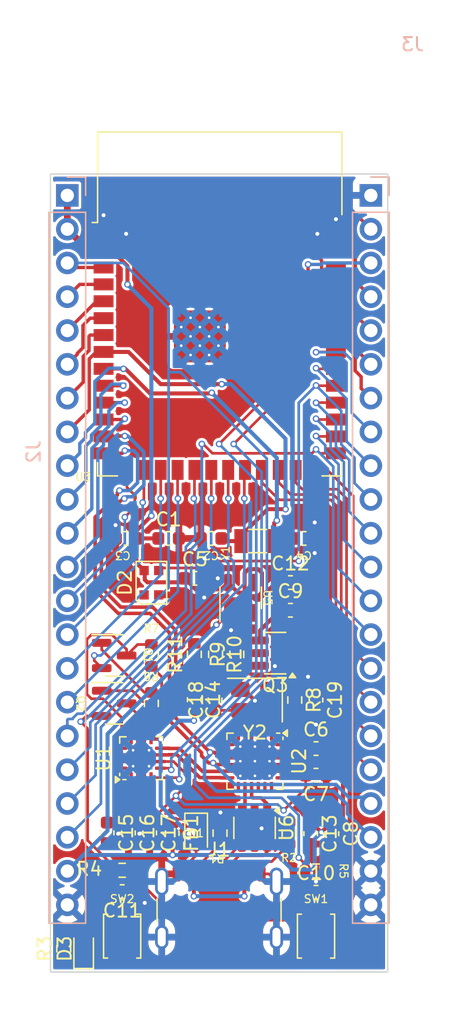
<source format=kicad_pcb>
(kicad_pcb (version 20241229) (generator "pcbnew") (generator_version "9.0")
  (layers (0 "F.Cu" signal) (4 "In1.Cu" signal) (6 "In2.Cu" signal) (2 "B.Cu" signal) (13 "F.Paste" user) (15 "B.Paste" user) (5 "F.SilkS" user "F.Silkscreen") (7 "B.SilkS" user "B.Silkscreen") (1 "F.Mask" user) (3 "B.Mask" user) (25 "Edge.Cuts" user))
  (net 0 "")
  (net 1 "GND")
  (net 2 "Net-(D1-K)")
  (net 3 "Net-(Q2-B)")
  (net 4 "+3.3V")
  (net 5 "/GPIO15")
  (net 6 "/ESP32-S3/3.3VUSB")
  (net 7 "/ESP32-S3/VBUS")
  (net 8 "/ESP32-S3/CC1_1")
  (net 9 "/ESP32-S3/CC2_1")
  (net 10 "/ESP32-S3/RTS")
  (net 11 "/ESP32-S3/DTR")
  (net 12 "/ESP32-S3/UART_D-")
  (net 13 "/ESP32-S3/UART_D+")
  (net 14 "/ESP32-S3/HUB_D+")
  (net 15 "/ESP32-S3/HUB_D-")
  (net 16 "/GPIO16")
  (net 17 "/ENABLE")
  (net 18 "/GPIO0")
  (net 19 "/GPIO38")
  (net 20 "/LED_OUT")
  (net 21 "/GPIO46")
  (net 22 "/GPIO14")
  (net 23 "/GPIO7")
  (net 24 "/GPIO5")
  (net 25 "/GPIO11")
  (net 26 "/GPIO8")
  (net 27 "/GPIO6")
  (net 28 "/GPIO12")
  (net 29 "/GPIO4")
  (net 30 "/GPIO13")
  (net 31 "/GPIO10")
  (net 32 "/GPIO18")
  (net 33 "/GPIO3")
  (net 34 "/GPIO9")
  (net 35 "/GPIO17")
  (net 36 "/GPIO37")
  (net 39 "Net-(C19-Pad1)")
  (net 40 "/GPIO35")
  (net 41 "/ESP_USB+")
  (net 42 "/GPIO47")
  (net 43 "/ESP_RX0")
  (net 44 "/GPIO41")
  (net 45 "/GPIO2")
  (net 46 "/GPIO45")
  (net 47 "/GPIO42")
  (net 48 "/GPIO39")
  (net 49 "/GPIO40")
  (net 50 "Net-(U2-XIN)")
  (net 51 "Net-(U2-XOUT)")
  (net 66 "Net-(Q3-G1)")
  (net 67 "Net-(Q3-D1)")
  (net 68 "/ESP_TX0")
  (net 69 "/GPIO1")
  (net 73 "+5V")
  (net 76 "Net-(Q1-B)")
  (net 78 "/ESP32-S3/USB_D+")
  (net 79 "/ESP32-S3/USB_D-")
  (net 80 "/GPIO21")
  (net 81 "/GPIO48")
  (net 82 "/GPIO36")
  (net 83 "/ESP_USB-")
  (net 84 "Net-(D3-A)")
  (footprint "Capacitor_SMD:C_0603_1608Metric" (layer "F.Cu") (at 80.172 122.12 -90)
    (property "Reference" "C16")
    (property "Value" "100nF")
  )
  (footprint "Package_TO_SOT_SMD:SOT-23-5" (layer "F.Cu") (at 88.625 104.4425 90)
    (property "Reference" "U5")
    (property "Value" "XC6210B332MR")
  )
  (footprint "Resistor_SMD:R_0603_1608Metric" (layer "F.Cu") (at 88.3355 108.694484 90)
    (property "Reference" "R9")
    (property "Value" "100k")
  )
  (footprint "Diode_SMD:D_SOD-323" (layer "F.Cu") (at 85.272 122.14 -90)
    (property "Reference" "D1")
    (property "Value" "1N5819WS")
  )
  (footprint "Capacitor_SMD:C_0603_1608Metric" (layer "F.Cu") (at 93.9 122.18 -90)
    (property "Reference" "C13")
    (property "Value" "10uF")
  )
  (footprint "Package_DFN_QFN:QFN-24-1EP_4x4mm_P0.5mm_EP2.7x2.7mm_ThermalVias" (layer "F.Cu") (at 89.7 116.729484 -90)
    (property "Reference" "U2")
    (property "Value" "CH334F")
  )
  (footprint "Resistor_SMD:R_0603_1608Metric" (layer "F.Cu") (at 75.3 130.83 90)
    (property "Reference" "R3")
    (property "Value" "1k")
  )
  (footprint "Capacitor_SMD:C_0603_1608Metric" (layer "F.Cu") (at 93.4 99.98)
    (property "Reference" "C4")
    (property "Value" "15pF")
  )
  (footprint "Capacitor_SMD:C_0603_1608Metric" (layer "F.Cu") (at 80 99.98 180)
    (property "Reference" "C3")
    (property "Value" "100nF")
  )
  (footprint "Resistor_SMD:R_0603_1608Metric" (layer "F.Cu") (at 92.7 112.129484 -90)
    (property "Reference" "R8")
    (property "Value" "1k")
  )
  (footprint "Resistor_SMD:R_0603_1608Metric" (layer "F.Cu") (at 81.9 108.78 -90)
    (property "Reference" "R7")
    (property "Value" "10k")
  )
  (footprint "Connector_USB:USB_C_Receptacle_GCT_USB4105-xx-A_16P_TopMnt_Horizontal" (layer "F.Cu") (at 87 128.88)
    (property "Reference" "J1")
    (property "Value" "USB_TYPE_C_16PIN")
  )
  (footprint "RF_Module:ESP32-S3-WROOM-1" (layer "F.Cu") (at 87.05 82.33)
    (property "Reference" "U3")
    (property "Value" "ESP32-S3-WROOM-1-N16R8")
  )
  (footprint "Crystal:Crystal_SMD_3215-2Pin_3.2x1.5mm" (layer "F.Cu") (at 89.9 100.18)
    (property "Reference" "Y1")
    (property "Value" "32.768kHz")
  )
  (footprint "Button_Switch_SMD:SW_SPST_B3U-1000P" (layer "F.Cu") (at 79.7 129.88 -90)
    (property "Reference" "SW2")
    (property "Value" "BOOT")
  )
  (footprint "Capacitor_SMD:C_0603_1608Metric" (layer "F.Cu") (at 83.2 99.98)
    (property "Reference" "C1")
    (property "Value" "22uF")
  )
  (footprint "Capacitor_SMD:C_0603_1608Metric" (layer "F.Cu") (at 92.375 103.298)
    (property "Reference" "C12")
    (property "Value" "10uF")
  )
  (footprint "Capacitor_SMD:C_0603_1608Metric" (layer "F.Cu") (at 81.772 122.12 -90)
    (property "Reference" "C17")
    (property "Value" "100nF")
  )
  (footprint "Button_Switch_SMD:SW_SPST_B3U-1000P" (layer "F.Cu") (at 94.3 129.88 -90)
    (property "Reference" "SW1")
    (property "Value" "RESET")
  )
  (footprint "Crystal:Crystal_SMD_SeikoEpson_TSX3225-4Pin_3.2x2.5mm" (layer "F.Cu") (at 89.7 112.129484 180)
    (property "Reference" "Y2")
    (property "Value" "12Mhz")
  )
  (footprint "Package_TO_SOT_SMD:TSOT-23-6" (layer "F.Cu") (at 91.225 108.604484 180)
    (property "Reference" "Q3")
    (property "Value" "FDC6330L")
  )
  (footprint "Fuse:Fuse_0603_1608Metric" (layer "F.Cu") (at 83.472 122.14 -90)
    (property "Reference" "FB1")
    (property "Value" "500mA")
  )
  (footprint "LED_SMD:LED_WS2812B-2020_PLCC4_2.0x2.0mm" (layer "F.Cu") (at 81.9025 103.31 90)
    (property "Reference" "D2")
    (property "Value" "WS2812B-2020")
  )
  (footprint "Capacitor_SMD:C_0603_1608Metric" (layer "F.Cu") (at 85.175 102.98)
    (property "Reference" "C5")
    (property "Value" "100nF")
  )
  (footprint "Capacitor_SMD:C_0603_1608Metric" (layer "F.Cu") (at 85.125 112.104484 -90)
    (property "Reference" "C14")
    (property "Value" "10uF")
  )
  (footprint "Resistor_SMD:R_0603_1608Metric" (layer "F.Cu") (at 87.072 122.14 90)
    (property "Reference" "R1")
    (property "Value" "5.1k")
  )
  (footprint "Resistor_SMD:R_0603_1608Metric" (layer "F.Cu") (at 81.9 112.38 90)
    (property "Reference" "R6")
    (property "Value" "10k")
  )
  (footprint "Resistor_SMD:R_0603_1608Metric" (layer "F.Cu") (at 86.7355 108.694484 -90)
    (property "Reference" "R10")
    (property "Value" "100k")
  )
  (footprint "LED_SMD:LED_0603_1608Metric" (layer "F.Cu") (at 76.8 130.83 90)
    (property "Reference" "D3")
    (property "Value" "LED")
  )
  (footprint "Resistor_SMD:R_0603_1608Metric" (layer "F.Cu") (at 79.7 124.93)
    (property "Reference" "R4")
    (property "Value" "10k")
  )
  (footprint "Capacitor_SMD:C_0603_1608Metric" (layer "F.Cu") (at 78.572 122.12 -90)
    (property "Reference" "C15")
    (property "Value" "100nF")
  )
  (footprint "Package_TO_SOT_SMD:SOT-23" (layer "F.Cu") (at 79.1 108.78)
    (property "Reference" "Q1")
    (property "Value" "S8050")
  )
  (footprint "Capacitor_SMD:C_0603_1608Metric" (layer "F.Cu") (at 94.3 126.58)
    (property "Reference" "C10")
    (property "Value" "4.7uF")
  )
  (footprint "Capacitor_SMD:C_0603_1608Metric" (layer "F.Cu") (at 94.3 112.129484 -90)
    (property "Reference" "C19")
    (property "Value" "15pF")
  )
  (footprint "Package_TO_SOT_SMD:SOT-23" (layer "F.Cu") (at 79.1 112.38)
    (property "Reference" "Q2")
    (property "Value" "S8050")
  )
  (footprint "Capacitor_SMD:C_0603_1608Metric" (layer "F.Cu") (at 86.7 112.129484 90)
    (property "Reference" "C18")
    (property "Value" "15pF")
  )
  (footprint "Package_DFN_QFN:QFN-16-1EP_3x3mm_P0.5mm_EP1.7x1.7mm_ThermalVias" (layer "F.Cu") (at 81.125 116.504484 90)
    (property "Reference" "U1")
    (property "Value" "CH343P")
  )
  (footprint "Capacitor_SMD:C_0603_1608Metric" (layer "F.Cu") (at 94.3 115.78)
    (property "Reference" "C6")
    (property "Value" "1uF")
  )
  (footprint "Capacitor_SMD:C_0603_1608Metric" (layer "F.Cu") (at 86.4 99.98)
    (property "Reference" "C2")
    (property "Value" "15pF")
  )
  (footprint "Resistor_SMD:R_0603_1608Metric" (layer "F.Cu") (at 92.272 122.14 90)
    (property "Reference" "R2")
    (property "Value" "5.1k")
  )
  (footprint "Capacitor_SMD:C_0603_1608Metric" (layer "F.Cu") (at 92.375 105.38)
    (property "Reference" "C9")
    (property "Value" "1uF")
  )
  (footprint "Package_TO_SOT_SMD:SOT-23-6" (layer "F.Cu") (at 89.672 121.74 -90)
    (property "Reference" "U6")
    (property "Value" "USBLC6-2SC6")
  )
  (footprint "Capacitor_SMD:C_0603_1608Metric" (layer "F.Cu") (at 95.5 122.18 -90)
    (property "Reference" "C8")
    (property "Value" "1uF")
  )
  (footprint "Resistor_SMD:R_0603_1608Metric" (layer "F.Cu") (at 94.3 124.98 180)
    (property "Reference" "R5")
    (property "Value" "10k")
  )
  (footprint "Capacitor_SMD:C_0603_1608Metric" (layer "F.Cu") (at 94.3 117.78 180)
    (property "Reference" "C7")
    (property "Value" "1uF")
  )
  (footprint "Capacitor_SMD:C_0603_1608Metric" (layer "F.Cu") (at 79.7 126.53 180)
    (property "Reference" "C11")
    (property "Value" "1uF")
  )
  (footprint "Resistor_SMD:R_0603_1608Metric" (layer "F.Cu") (at 85.1355 108.694484 90)
    (property "Reference" "R11")
    (property "Value" "100")
  )
  (footprint "Connector_PinHeader_2.54mm:PinHeader_1x22_P2.54mm_Vertical" (layer "B.Cu") (at 98.43 74.19 180)
    (property "Reference" "J3")
    (property "Value" "Conn_01x22")
  )
  (footprint "Connector_PinHeader_2.54mm:PinHeader_1x22_P2.54mm_Vertical" (layer "B.Cu") (at 75.57 74.19 180)
    (property "Reference" "J2")
    (property "Value" "Conn_01x22")
  )
  (gr_rect (start 74.3 72.58) (end 99.7 132.58) (stroke (width 0.1)) (fill no) (layer "Edge.Cuts"))
  (segment (start 88.849484 111.329484) (end 89.7 112.18) (width 0.3048) (layer "F.Cu") (net 1))
  (segment (start 87.9 106.88) (end 87.724984 106.88) (width 0.3048) (layer "F.Cu") (net 1))
  (segment (start 81.057 122.18) (end 81.772 122.895) (width 0.3048) (layer "F.Cu") (net 1))
  (segment (start 80.475 126.53) (end 80.55 126.53) (width 0.2032) (layer "F.Cu") (net 1))
  (segment (start 79.287 122.18) (end 78.572 122.895) (width 0.3048) (layer "F.Cu") (net 1))
  (segment (start 90.449484 112.929484) (end 89.7 112.18) (width 0.3048) (layer "F.Cu") (net 1))
  (segment (start 80.55 126.53) (end 81.4 127.38) (width 0.2032) (layer "F.Cu") (net 1))
  (segment (start 90.2 125.2) (end 90.745 125.2) (width 0.2032) (layer "F.Cu") (net 1))
  (segment (start 90.745 125.2) (end 91.32 125.775) (width 0.2032) (layer "F.Cu") (net 1))
  (segment (start 95.075 126.555) (end 94.3 125.78) (width 0.3048) (layer "F.Cu") (net 1))
  (segment (start 83.8 125.2) (end 83.255 125.2) (width 0.2032) (layer "F.Cu") (net 1))
  (segment (start 89.672 120.6025) (end 89.672 121.252) (width 0.2032) (layer "F.Cu") (net 1))
  (segment (start 87.724984 106.88) (end 86.7355 107.869484) (width 0.3048) (layer "F.Cu") (net 1))
  (segment (start 89.672 121.252) (end 90.2 121.78) (width 0.2032) (layer "F.Cu") (net 1))
  (segment (start 95.075 126.58) (end 95.075 126.555) (width 0.3048) (layer "F.Cu") (net 1))
  (segment (start 83.255 125.2) (end 82.68 125.775) (width 0.2032) (layer "F.Cu") (net 1))
  (segment (start 79.4 122.18) (end 79.287 122.18) (width 0.3048) (layer "F.Cu") (net 1))
  (segment (start 88.6 111.329484) (end 88.849484 111.329484) (width 0.3048) (layer "F.Cu") (net 1))
  (segment (start 81 122.18) (end 81.057 122.18) (width 0.3048) (layer "F.Cu") (net 1))
  (segment (start 90.8 112.929484) (end 90.449484 112.929484) (width 0.3048) (layer "F.Cu") (net 1))
  (via (at 87.9 106.88) (size 0.5) (drill 0.3) (layers "F.Cu" "B.Cu") (net 1))
  (via (at 91.2 109.58) (size 0.5) (drill 0.3) (layers "F.Cu" "B.Cu") (net 1))
  (via (at 94.2 101.08) (size 0.5) (drill 0.3) (layers "F.Cu" "B.Cu") (net 1))
  (via (at 87.1 120.5816) (size 0.5) (drill 0.3) (layers "F.Cu" "B.Cu") (net 1))
  (via (at 86.9 102.98) (size 0.5) (drill 0.3) (layers "F.Cu" "B.Cu") (net 1))
  (via (at 95.8 75.98) (size 0.5) (drill 0.3) (layers "F.Cu" "B.Cu") (net 1))
  (via (at 80 77.08) (size 0.5) (drill 0.3) (layers "F.Cu" "B.Cu") (net 1))
  (via (at 90.2 121.78) (size 0.5) (drill 0.3) (layers "F.Cu" "B.Cu") (net 1))
  (via (at 78.3 75.68) (size 0.5) (drill 0.3) (layers "F.Cu" "B.Cu") (net 1))
  (via (at 85.878554 104.421545) (size 0.5) (drill 0.3) (layers "F.Cu" "B.Cu") (net 1))
  (via (at 94.4 77.08) (size 0.5) (drill 0.3) (layers "F.Cu" "B.Cu") (net 1))
  (via (at 79.4 122.18) (size 0.5) (drill 0.3) (layers "F.Cu" "B.Cu") (net 1))
  (via (at 79.2 98.98) (size 0.5) (drill 0.3) (layers "F.Cu" "B.Cu") (net 1))
  (via (at 93.7 110.38) (size 0.5) (drill 0.3) (layers "F.Cu" "B.Cu") (net 1))
  (via (at 81 122.18) (size 0.5) (drill 0.3) (layers "F.Cu" "B.Cu") (net 1))
  (via (at 94.2 98.78) (size 0.5) (drill 0.3) (layers "F.Cu" "B.Cu") (net 1))
  (via (at 85.9016 101.48) (size 0.5) (drill 0.3) (layers "F.Cu" "B.Cu") (net 1))
  (via (at 89.7 112.18) (size 0.5) (drill 0.3) (layers "F.Cu" "B.Cu") (net 1))
  (via (at 94.3 113.98) (size 0.5) (drill 0.3) (layers "F.Cu" "B.Cu") (net 1))
  (via (at 94.3 125.78) (size 0.5) (drill 0.3) (layers "F.Cu" "B.Cu") (net 1))
  (via (at 81.4 127.38) (size 0.5) (drill 0.3) (layers "F.Cu" "B.Cu") (net 1))
  (segment (start 83.7345 121.09) (end 83.472 121.3525) (width 0.2032) (layer "F.Cu") (net 2))
  (segment (start 85.272 121.09) (end 83.7345 121.09) (width 0.2032) (layer "F.Cu") (net 2))
  (segment (start 81.29683 112.2576) (end 80.46923 111.43) (width 0.2032) (layer "F.Cu") (net 3))
  (segment (start 82.6776 110.3826) (end 82.6776 112.0024) (width 0.2032) (layer "F.Cu") (net 3))
  (segment (start 80.46923 111.43) (end 78.1625 111.43) (width 0.2032) (layer "F.Cu") (net 3))
  (segment (start 82.6776 112.0024) (end 82.4224 112.2576) (width 0.2032) (layer "F.Cu") (net 3))
  (segment (start 82.4224 112.2576) (end 81.29683 112.2576) (width 0.2032) (layer "F.Cu") (net 3))
  (segment (start 81.9 109.605) (end 82.6776 110.3826) (width 0.2032) (layer "F.Cu") (net 3))
  (segment (start 80.1 79.5032) (end 80.1 80.88) (width 0.3048) (layer "F.Cu") (net 4))
  (segment (start 78.3 78.34) (end 77.18 78.34) (width 0.508) (layer "F.Cu") (net 4))
  (segment (start 91.6 105.38) (end 91.6 103.298) (width 0.3048) (layer "F.Cu") (net 4))
  (segment (start 88.9216 104.030172) (end 88.949728 104.0583) (width 0.3048) (layer "F.Cu") (net 4))
  (segment (start 81.4 103.08) (end 81.6 103.28) (width 0.3048) (layer "F.Cu") (net 4))
  (segment (start 92.8948 128.68) (end 93.1474 128.9326) (width 0.2032) (layer "F.Cu") (net 4))
  (segment (start 81.4 102.4425) (end 81.4 103.08) (width 0.3048) (layer "F.Cu") (net 4))
  (segment (start 90.0875 106.8925) (end 91.6 105.38) (width 0.3048) (layer "F.Cu") (net 4))
  (segment (start 95.125 124.98) (end 96.3284 123.7766) (width 0.3048) (layer "F.Cu") (net 4))
  (segment (start 87.675 103.305) (end 87.1716 103.8084) (width 0.3048) (layer "F.Cu") (net 4))
  (segment (start 88.9216 102.579828) (end 88.9216 104.030172) (width 0.3048) (layer "F.Cu") (net 4))
  (segment (start 89.937672 102.2891) (end 89.212328 102.2891) (width 0.3048) (layer "F.Cu") (net 4))
  (segment (start 90.0875 107.654484) (end 90.0875 106.8925) (width 0.3048) (layer "F.Cu") (net 4))
  (segment (start 75.57 76.73) (end 75.57 74.19) (width 0.508) (layer "F.Cu") (net 4))
  (segment (start 90.2284 102.579828) (end 89.937672 102.2891) (width 0.3048) (layer "F.Cu") (net 4))
  (segment (start 88.949728 104.0583) (end 88.4283 104.0583) (width 0.3048) (layer "F.Cu") (net 4))
  (segment (start 93.1474 128.9326) (end 95.4526 128.9326) (width 0.2032) (layer "F.Cu") (net 4))
  (segment (start 80.775 99.405) (end 81.9 98.28) (width 0.3048) (layer "F.Cu") (net 4))
  (segment (start 77.18 78.34) (end 75.57 76.73) (width 0.508) (layer "F.Cu") (net 4))
  (segment (start 90.0875 107.654484) (end 88.5505 107.654484) (width 0.3048) (layer "F.Cu") (net 4))
  (segment (start 89.937672 104.5641) (end 89.702982 104.5641) (width 0.3048) (layer "F.Cu") (net 4))
  (segment (start 81.6 103.28) (end 84.1 103.28) (width 0.3048) (layer "F.Cu") (net 4))
  (segment (start 75.3 131.655) (end 76.1724 130.7826) (width 0.2032) (layer "F.Cu") (net 4))
  (segment (start 80.775 99.98) (end 80.775 101.8175) (width 0.3048) (layer "F.Cu") (net 4))
  (segment (start 80.525 124.93) (end 80.525 125.305048) (width 0.2032) (layer "F.Cu") (net 4))
  (segment (start 78.9368 78.34) (end 80.1 79.5032) (width 0.3048) (layer "F.Cu") (net 4))
  (segment (start 96.3284 123.7766) (end 96.3284 111.5084) (width 0.3048) (layer "F.Cu") (net 4))
  (segment (start 84.1 103.28) (end 84.4 102.98) (width 0.3048) (layer "F.Cu") (net 4))
  (segment (start 89.459782 104.3209) (end 89.937672 104.3209) (width 0.3048) (layer "F.Cu") (net 4))
  (segment (start 78.6 129.88) (end 80.5 129.88) (width 0.2032) (layer "F.Cu") (net 4))
  (segment (start 91.6 102.98) (end 89.976786 104.603214) (width 0.3048) (layer "F.Cu") (net 4))
  (segment (start 85.2284 103.8084) (end 84.4 102.98) (width 0.3048) (layer "F.Cu") (net 4))
  (segment (start 89.976786 104.603214) (end 89.937672 104.5641) (width 0.3048) (layer "F.Cu") (net 4))
  (segment (start 95.4526 128.9326) (end 95.8276 128.5576) (width 0.2032) (layer "F.Cu") (net 4))
  (segment (start 83.499952 128.28) (end 83.899952 128.68) (width 0.2032) (layer "F.Cu") (net 4))
  (segment (start 80.5 129.88) (end 82.1 128.28) (width 0.2032) (layer "F.Cu") (net 4))
  (segment (start 88.5505 107.654484) (end 88.3355 107.869484) (width 0.3048) (layer "F.Cu") (net 4))
  (segment (start 95.3476 110.527602) (end 95.3476 109.1276) (width 0.3048) (layer "F.Cu") (net 4))
  (segment (start 95.3476 109.1276) (end 91.6 105.38) (width 0.3048) (layer "F.Cu") (net 4))
  (segment (start 89.702982 104.5641) (end 89.459782 104.3209) (width 0.3048) (layer "F.Cu") (net 4))
  (segment (start 80.775 101.8175) (end 81.3525 102.395) (width 0.3048) (layer "F.Cu") (net 4))
  (segment (start 76.1724 130.7826) (end 77.6974 130.7826) (width 0.2032) (layer "F.Cu") (net 4))
  (segment (start 88.4283 104.0583) (end 87.675 103.305) (width 0.3048) (layer "F.Cu") (net 4))
  (segment (start 90.2284 104.030172) (end 90.2284 102.579828) (width 0.3048) (layer "F.Cu") (net 4))
  (segment (start 80.775 99.98) (end 80.775 99.405) (width 0.3048) (layer "F.Cu") (net 4))
  (segment (start 89.212328 102.2891) (end 88.9216 102.579828) (width 0.3048) (layer "F.Cu") (net 4))
  (segment (start 83.899952 128.68) (end 92.8948 128.68) (width 0.2032) (layer "F.Cu") (net 4))
  (segment (start 96.3284 111.5084) (end 95.3476 110.527602) (width 0.3048) (layer "F.Cu") (net 4))
  (segment (start 78.3 78.34) (end 78.9368 78.34) (width 0.3048) (layer "F.Cu") (net 4))
  (segment (start 87.1716 103.8084) (end 85.2284 103.8084) (width 0.3048) (layer "F.Cu") (net 4))
  (segment (start 95.8276 128.5576) (end 95.8276 125.6826) (width 0.2032) (layer "F.Cu") (net 4))
  (segment (start 80.775 99.98) (end 82.425 99.98) (width 0.3048) (layer "F.Cu") (net 4))
  (segment (start 95.8276 125.6826) (end 95.125 124.98) (width 0.2032) (layer "F.Cu") (net 4))
  (segment (start 82.1 128.28) (end 83.499952 128.28) (width 0.2032) (layer "F.Cu") (net 4))
  (segment (start 91.6 103.298) (end 91.6 102.98) (width 0.3048) (layer "F.Cu") (net 4))
  (segment (start 77.6974 130.7826) (end 78.6 129.88) (width 0.2032) (layer "F.Cu") (net 4))
  (segment (start 81.3525 102.395) (end 81.4 102.4425) (width 0.3048) (layer "F.Cu") (net 4))
  (segment (start 89.937672 104.3209) (end 90.2284 104.030172) (width 0.3048) (layer "F.Cu") (net 4))
  (segment (start 80.525 125.305048) (end 83.899952 128.68) (width 0.2032) (layer "F.Cu") (net 4))
  (via (at 81.9 98.28) (size 0.5) (drill 0.3) (layers "F.Cu" "B.Cu") (net 4))
  (via (at 80.1 80.88) (size 0.5) (drill 0.3) (layers "F.Cu" "B.Cu") (net 4))
  (segment (start 80.1 80.88) (end 80.2 80.98) (width 0.3048) (layer "B.Cu") (net 4))
  (segment (start 81.9 82.68) (end 80.1 80.88) (width 0.3048) (layer "B.Cu") (net 4))
  (segment (start 81.9 98.28) (end 81.9 82.68) (width 0.3048) (layer "B.Cu") (net 4))
  (segment (start 88.65 100.18) (end 87.375 100.18) (width 0.3048) (layer "F.Cu") (net 5))
  (segment (start 87.2 88.38) (end 82.6 88.38) (width 0.3048) (layer "F.Cu") (net 5))
  (segment (start 80.18 85.96) (end 78.3 85.96) (width 0.3048) (layer "F.Cu") (net 5))
  (segment (start 77.22 90.32) (end 75.57 91.97) (width 0.254) (layer "F.Cu") (net 5))
  (segment (start 87.375 100.18) (end 87.175 99.98) (width 0.3048) (layer "F.Cu") (net 5))
  (segment (start 82.6 88.38) (end 80.18 85.96) (width 0.3048) (layer "F.Cu") (net 5))
  (segment (start 77.742315 85.96) (end 77.22 86.482315) (width 0.254) (layer "F.Cu") (net 5))
  (segment (start 90.65 97.78) (end 92.0024 97.78) (width 0.3048) (layer "F.Cu") (net 5))
  (segment (start 88.65 99.78) (end 90.65 97.78) (width 0.3048) (layer "F.Cu") (net 5))
  (segment (start 88.65 100.18) (end 88.65 99.78) (width 0.3048) (layer "F.Cu") (net 5))
  (segment (start 77.22 86.482315) (end 77.22 90.32) (width 0.254) (layer "F.Cu") (net 5))
  (via (at 92.0024 97.78) (size 0.5) (drill 0.3) (layers "F.Cu" "B.Cu") (net 5))
  (via (at 87.2 88.38) (size 0.5) (drill 0.3) (layers "F.Cu" "B.Cu") (net 5))
  (segment (start 87.9 88.38) (end 87.2 88.38) (width 0.3048) (layer "B.Cu") (net 5))
  (segment (start 92.0024 92.4824) (end 87.9 88.38) (width 0.3048) (layer "B.Cu") (net 5))
  (segment (start 92.0024 97.78) (end 92.0024 92.4824) (width 0.3048) (layer "B.Cu") (net 5))
  (segment (start 91.6625 117.979484) (end 93.325516 117.979484) (width 0.2032) (layer "F.Cu") (net 6))
  (segment (start 95.146 110.968052) (end 95.146 114.034) (width 0.2032) (layer "F.Cu") (net 6))
  (segment (start 84.7 117.88) (end 84.7 118.38) (width 0.2032) (layer "F.Cu") (net 6))
  (segment (start 95.146 114.034) (end 94.6 114.58) (width 0.2032) (layer "F.Cu") (net 6))
  (segment (start 81.375 117.966984) (end 81.375 120.948) (width 0.2032) (layer "F.Cu") (net 6))
  (segment (start 78.572 121.345) (end 80.172 121.345) (width 0.3048) (layer "F.Cu") (net 6))
  (segment (start 93.525 114.855) (end 93.525 115.78) (width 0.2032) (layer "F.Cu") (net 6))
  (segment (start 93.525 117.78) (end 93.525 118.764603) (width 0.2032) (layer "F.Cu") (net 6))
  (segment (start 93.525 116.047546) (end 93.525 115.78) (width 0.2032) (layer "F.Cu") (net 6))
  (segment (start 92.3625 108.184553) (end 95.146 110.968052) (width 0.2032) (layer "F.Cu") (net 6))
  (segment (start 93.525 118.764603) (end 91.861331 120.428272) (width 0.2032) (layer "F.Cu") (net 6))
  (segment (start 80.375 117.966984) (end 80.375 121.142) (width 0.2032) (layer "F.Cu") (net 6))
  (segment (start 81.772 121.345) (end 80.172 121.345) (width 0.3048) (layer "F.Cu") (net 6))
  (segment (start 82.5875 116.754484) (end 83.574484 116.754484) (width 0.2032) (layer "F.Cu") (net 6))
  (segment (start 83.574484 116.754484) (end 84.7 117.88) (width 0.2032) (layer "F.Cu") (net 6))
  (segment (start 94.6 114.58) (end 93.8 114.58) (width 0.2032) (layer "F.Cu") (net 6))
  (segment (start 92.093062 117.479484) (end 93.525 116.047546) (width 0.2032) (layer "F.Cu") (net 6))
  (segment (start 92.3625 107.654484) (end 92.3625 108.184553) (width 0.2032) (layer "F.Cu") (net 6))
  (segment (start 81.772 121.308) (end 81.772 121.345) (width 0.2032) (layer "F.Cu") (net 6))
  (segment (start 84.7 118.38) (end 83.75 119.33) (width 0.2032) (layer "F.Cu") (net 6))
  (segment (start 92.3625 108.604484) (end 92.3625 107.654484) (width 0.3048) (layer "F.Cu") (net 6))
  (segment (start 93.525 117.78) (end 93.525 115.78) (width 0.2032) (layer "F.Cu") (net 6))
  (segment (start 91.6625 117.479484) (end 92.093062 117.479484) (width 0.2032) (layer "F.Cu") (net 6))
  (segment (start 80.375 121.142) (end 80.172 121.345) (width 0.2032) (layer "F.Cu") (net 6))
  (segment (start 93.325516 117.979484) (end 93.525 117.78) (width 0.2032) (layer "F.Cu") (net 6))
  (segment (start 81.375 120.948) (end 81.772 121.345) (width 0.2032) (layer "F.Cu") (net 6))
  (segment (start 83.75 119.33) (end 81.772 121.308) (width 0.2032) (layer "F.Cu") (net 6))
  (segment (start 93.8 114.58) (end 93.525 114.855) (width 0.2032) (layer "F.Cu") (net 6))
  (via (at 91.861331 120.428272) (size 0.5) (drill 0.3) (layers "F.Cu" "B.Cu") (net 6))
  (via (at 83.75 119.33) (size 0.5) (drill 0.3) (layers "F.Cu" "B.Cu") (net 6))
  (segment (start 84.4 119.98) (end 91.413059 119.98) (width 0.2032) (layer "B.Cu") (net 6))
  (segment (start 83.75 119.33) (end 84.4 119.98) (width 0.2032) (layer "B.Cu") (net 6))
  (segment (start 91.413059 119.98) (end 91.861331 120.428272) (width 0.2032) (layer "B.Cu") (net 6))
  (segment (start 85.1 126.234887) (end 85.1 126.88) (width 0.3048) (layer "F.Cu") (net 7))
  (segment (start 86.282 122.18) (end 88.108244 122.18) (width 0.2032) (layer "F.Cu") (net 7))
  (segment (start 88.9 126.234887) (end 88.9 126.88) (width 0.3048) (layer "F.Cu") (net 7))
  (segment (start 89.366199 121.9092) (end 89.672 122.215001) (width 0.2032) (layer "F.Cu") (net 7))
  (segment (start 85.272 123.19) (end 86.282 122.18) (width 0.2032) (layer "F.Cu") (net 7))
  (segment (start 89.672 122.215001) (end 89.672 122.8775) (width 0.2032) (layer "F.Cu") (net 7))
  (segment (start 85.272 123.808) (end 85.272 123.19) (width 0.2032) (layer "F.Cu") (net 7))
  (segment (start 88.379044 121.9092) (end 89.366199 121.9092) (width 0.2032) (layer "F.Cu") (net 7))
  (segment (start 84.6 124.48) (end 85.272 123.808) (width 0.2032) (layer "F.Cu") (net 7))
  (segment (start 84.6 125.2) (end 84.6 124.48) (width 0.2032) (layer "F.Cu") (net 7))
  (segment (start 89.4 125.2) (end 89.4 125.734887) (width 0.3048) (layer "F.Cu") (net 7))
  (segment (start 81.875 115.041984) (end 82.561984 115.041984) (width 0.3048) (layer "F.Cu") (net 7))
  (segment (start 84.6 125.2) (end 84.6 125.734887) (width 0.3048) (layer "F.Cu") (net 7))
  (segment (start 84.2 112.68) (end 84.2 108.804984) (width 0.2032) (layer "F.Cu") (net 7))
  (segment (start 82.561984 115.041984) (end 82.6 115.08) (width 0.3048) (layer "F.Cu") (net 7))
  (segment (start 84.399484 112.879484) (end 84.2 112.68) (width 0.2032) (layer "F.Cu") (net 7))
  (segment (start 85.125 113.655) (end 85.1 113.68) (width 0.3048) (layer "F.Cu") (net 7))
  (segment (start 84.6 125.734887) (end 85.1 126.234887) (width 0.3048) (layer "F.Cu") (net 7))
  (segment (start 85.272 122.752) (end 84.7 122.18) (width 0.3048) (layer "F.Cu") (net 7))
  (segment (start 84.2 108.804984) (end 85.1355 107.869484) (width 0.2032) (layer "F.Cu") (net 7))
  (segment (start 85.272 123.19) (end 85.272 122.752) (width 0.3048) (layer "F.Cu") (net 7))
  (segment (start 89.4 125.734887) (end 88.9 126.234887) (width 0.3048) (layer "F.Cu") (net 7))
  (segment (start 85.125 112.879484) (end 84.399484 112.879484) (width 0.2032) (layer "F.Cu") (net 7))
  (segment (start 85.125 112.879484) (end 85.125 113.655) (width 0.3048) (layer "F.Cu") (net 7))
  (segment (start 88.108244 122.18) (end 88.379044 121.9092) (width 0.2032) (layer "F.Cu") (net 7))
  (via (at 84.7 122.18) (size 0.5) (drill 0.3) (layers "F.Cu" "B.Cu") (net 7))
  (via (at 85.1 113.68) (size 0.5) (drill 0.3) (layers "F.Cu" "B.Cu") (net 7))
  (via (at 88.9 126.88) (size 0.5) (drill 0.3) (layers "F.Cu" "B.Cu") (net 7))
  (via (at 85.1 126.88) (size 0.5) (drill 0.3) (layers "F.Cu" "B.Cu") (net 7))
  (via (at 82.6 115.08) (size 0.5) (drill 0.3) (layers "F.Cu" "B.Cu") (net 7))
  (segment (start 84 113.68) (end 82.6 115.08) (width 0.3048) (layer "B.Cu") (net 7))
  (segment (start 84.7 122.18) (end 82.6 120.08) (width 0.3048) (layer "B.Cu") (net 7))
  (segment (start 85.1 113.68) (end 84 113.68) (width 0.3048) (layer "B.Cu") (net 7))
  (segment (start 85.1 126.88) (end 88.9 126.88) (width 0.3048) (layer "B.Cu") (net 7))
  (segment (start 82.6 120.08) (end 82.6 115.08) (width 0.3048) (layer "B.Cu") (net 7))
  (segment (start 85.75 124.287) (end 87.072 122.965) (width 0.2032) (layer "F.Cu") (net 8))
  (segment (start 85.75 125.2) (end 85.75 124.287) (width 0.2032) (layer "F.Cu") (net 8))
  (segment (start 88.75 125.2) (end 88.75 124.63077) (width 0.2032) (layer "F.Cu") (net 9))
  (segment (start 88.75 124.63077) (end 89.10077 124.28) (width 0.2032) (layer "F.Cu") (net 9))
  (segment (start 89.10077 124.28) (end 90.957 124.28) (width 0.2032) (layer "F.Cu") (net 9))
  (segment (start 90.957 124.28) (end 92.272 122.965) (width 0.2032) (layer "F.Cu") (net 9))
  (segment (start 81.9 107.955) (end 80.8625 107.955) (width 0.2032) (layer "F.Cu") (net 10))
  (segment (start 80.0375 108.32327) (end 80.0375 108.78) (width 0.2032) (layer "F.Cu") (net 10))
  (segment (start 78.94163 107.2274) (end 80.0375 108.32327) (width 0.2032) (layer "F.Cu") (net 10))
  (segment (start 79.6625 113.44827) (end 78.24683 112.0326) (width 0.2032) (layer "F.Cu") (net 10))
  (segment (start 77.0474 111.69663) (end 77.0474 107.56337) (width 0.2032) (layer "F.Cu") (net 10))
  (segment (start 79.6625 115.754484) (end 79.6625 113.44827) (width 0.2032) (layer "F.Cu") (net 10))
  (segment (start 78.24683 112.0326) (end 77.38337 112.0326) (width 0.2032) (layer "F.Cu") (net 10))
  (segment (start 80.8625 107.955) (end 80.0375 108.78) (width 0.2032) (layer "F.Cu") (net 10))
  (segment (start 77.38337 107.2274) (end 78.94163 107.2274) (width 0.2032) (layer "F.Cu") (net 10))
  (segment (start 77.38337 112.0326) (end 77.0474 111.69663) (width 0.2032) (layer "F.Cu") (net 10))
  (segment (start 77.0474 107.56337) (end 77.38337 107.2274) (width 0.2032) (layer "F.Cu") (net 10))
  (segment (start 81.9 113.205) (end 80.8625 113.205) (width 0.2032) (layer "F.Cu") (net 11))
  (segment (start 81.9 113.205) (end 81.781422 113.205) (width 0.2032) (layer "F.Cu") (net 11))
  (segment (start 80.375 114.611422) (end 80.375 115.041984) (width 0.2032) (layer "F.Cu") (net 11))
  (segment (start 81.781422 113.205) (end 80.375 114.611422) (width 0.2032) (layer "F.Cu") (net 11))
  (segment (start 80.8625 113.205) (end 80.0375 112.38) (width 0.2032) (layer "F.Cu") (net 11))
  (segment (start 87.118749 117.479484) (end 87.103949 117.494284) (width 0.2672) (layer "F.Cu") (net 12))
  (segment (start 83.206251 115.754484) (end 82.5875 115.754484) (width 0.2672) (layer "F.Cu") (net 12))
  (segment (start 84.021908 115.769284) (end 83.221051 115.769284) (width 0.2672) (layer "F.Cu") (net 12))
  (segment (start 87.7375 117.479484) (end 87.118749 117.479484) (width 0.2672) (layer "F.Cu") (net 12))
  (segment (start 87.103949 117.494284) (end 85.746908 117.494284) (width 0.2672) (layer "F.Cu") (net 12))
  (segment (start 83.221051 115.769284) (end 83.206251 115.754484) (width 0.2672) (layer "F.Cu") (net 12))
  (segment (start 85.746908 117.494284) (end 84.021908 115.769284) (width 0.2672) (layer "F.Cu") (net 12))
  (segment (start 85.55206 117.964684) (end 83.82706 116.239684) (width 0.2672) (layer "F.Cu") (net 13))
  (segment (start 83.221051 116.239684) (end 83.206251 116.254484) (width 0.2672) (layer "F.Cu") (net 13))
  (segment (start 87.118749 117.979484) (end 87.103949 117.964684) (width 0.2672) (layer "F.Cu") (net 13))
  (segment (start 87.7375 117.979484) (end 87.118749 117.979484) (width 0.2672) (layer "F.Cu") (net 13))
  (segment (start 83.82706 116.239684) (end 83.221051 116.239684) (width 0.2672) (layer "F.Cu") (net 13))
  (segment (start 87.103949 117.964684) (end 85.55206 117.964684) (width 0.2672) (layer "F.Cu") (net 13))
  (segment (start 83.206251 116.254484) (end 82.5875 116.254484) (width 0.2672) (layer "F.Cu") (net 13))
  (segment (start 89.534316 119.485656) (end 89.45 119.40134) (width 0.2672) (layer "F.Cu") (net 14))
  (segment (start 90.622 120.6025) (end 90.622 119.940001) (width 0.2672) (layer "F.Cu") (net 14))
  (segment (start 90.622 119.940001) (end 90.167655 119.485656) (width 0.2672) (layer "F.Cu") (net 14))
  (segment (start 90.167655 119.485656) (end 89.534316 119.485656) (width 0.2672) (layer "F.Cu") (net 14))
  (segment (start 89.45 119.40134) (end 89.45 118.691984) (width 0.2672) (layer "F.Cu") (net 14))
  (segment (start 88.722 120.6025) (end 88.95 120.3745) (width 0.2672) (layer "F.Cu") (net 15))
  (segment (start 88.95 120.3745) (end 88.95 118.691984) (width 0.2672) (layer "F.Cu") (net 15))
  (segment (start 79.9 87.18) (end 81.8 89.08) (width 0.3048) (layer "F.Cu") (net 16))
  (segment (start 78.3 87.23) (end 79.8 87.23) (width 0.254) (layer "F.Cu") (net 16))
  (segment (start 91.15 100.18) (end 91.15 98.83) (width 0.3048) (layer "F.Cu") (net 16))
  (segment (start 81.8 89.08) (end 86.4 89.08) (width 0.3048) (layer "F.Cu") (net 16))
  (segment (start 86.4 89.08) (end 86.45 89.03) (width 0.3048) (layer "F.Cu") (net 16))
  (segment (start 91.15 100.18) (end 92.425 100.18) (width 0.3048) (layer "F.Cu") (net 16))
  (segment (start 92.425 100.18) (end 92.625 99.98) (width 0.3048) (layer "F.Cu") (net 16))
  (segment (start 91.15 98.83) (end 91.35 98.63) (width 0.3048) (layer "F.Cu") (net 16))
  (segment (start 79.8 87.23) (end 79.85 87.23) (width 0.254) (layer "F.Cu") (net 16))
  (via (at 86.45 89.03) (size 0.5) (drill 0.3) (layers "F.Cu" "B.Cu") (net 16))
  (via (at 91.35 98.63) (size 0.5) (drill 0.3) (layers "F.Cu" "B.Cu") (net 16))
  (via (at 79.8 87.23) (size 0.5) (drill 0.3) (layers "F.Cu" "B.Cu") (net 16))
  (segment (start 76.938 92.015844) (end 76.938 92.409712) (width 0.254) (layer "B.Cu") (net 16))
  (segment (start 91.35 98.63) (end 91.35 93.93) (width 0.3048) (layer "B.Cu") (net 16))
  (segment (start 77.911947 87.926) (end 77.646 88.191947) (width 0.254) (layer "B.Cu") (net 16))
  (segment (start 76.5094 92.838312) (end 76.5094 93.5706) (width 0.254) (layer "B.Cu") (net 16))
  (segment (start 76.938 92.409712) (end 76.5094 92.838312) (width 0.254) (layer "B.Cu") (net 16))
  (segment (start 77.646 91.307844) (end 76.938 92.015844) (width 0.254) (layer "B.Cu") (net 16))
  (segment (start 77.954 87.926) (end 77.911947 87.926) (width 0.254) (layer "B.Cu") (net 16))
  (segment (start 78.7 87.18) (end 77.954 87.926) (width 0.254) (layer "B.Cu") (net 16))
  (segment (start 91.35 93.93) (end 86.45 89.03) (width 0.3048) (layer "B.Cu") (net 16))
  (segment (start 77.646 88.191947) (end 77.646 91.307844) (width 0.254) (layer "B.Cu") (net 16))
  (segment (start 76.5094 93.5706) (end 75.57 94.51) (width 0.254) (layer "B.Cu") (net 16))
  (segment (start 79.9 87.18) (end 78.7 87.18) (width 0.254) (layer "B.Cu") (net 16))
  (segment (start 78.1625 109.73) (end 77.6 109.1675) (width 0.2) (layer "F.Cu") (net 17))
  (segment (start 78.3 79.61) (end 75.91 79.61) (width 0.254) (layer "F.Cu") (net 17))
  (segment (start 93.475 126.53) (end 93.525 126.58) (width 0.2) (layer "F.Cu") (net 17))
  (segment (start 93.525 126.58) (end 93.525 127.405) (width 0.2) (layer "F.Cu") (net 17))
  (segment (start 93.525 127.405) (end 94.3 128.18) (width 0.2) (layer "F.Cu") (net 17))
  (segment (start 77.6 109.1675) (end 77.6 108.78) (width 0.2) (layer "F.Cu") (net 17))
  (segment (start 93.475 124.98) (end 93.475 126.53) (width 0.2) (layer "F.Cu") (net 17))
  (segment (start 93.475 124.455) (end 93 123.98) (width 0.2) (layer "F.Cu") (net 17))
  (segment (start 93.475 124.98) (end 93.475 124.455) (width 0.2) (layer "F.Cu") (net 17))
  (via (at 77.6 108.78) (size 0.5) (drill 0.3) (layers "F.Cu" "B.Cu") (net 17))
  (via (at 93 123.98) (size 0.5) (drill 0.3) (layers "F.Cu" "B.Cu") (net 17))
  (segment (start 93 120.78) (end 93 123.98) (width 0.2032) (layer "B.Cu") (net 17))
  (segment (start 83.2 103.68) (end 78.1 108.78) (width 0.2) (layer "B.Cu") (net 17))
  (segment (start 86.2 119.48) (end 91.7 119.48) (width 0.2032) (layer "B.Cu") (net 17))
  (segment (start 91.7 119.48) (end 93 120.78) (width 0.2032) (layer "B.Cu") (net 17))
  (segment (start 84.1 87.48) (end 83.2 87.48) (width 0.2) (layer "B.Cu") (net 17))
  (segment (start 85.2 115.88) (end 90.6 110.48) (width 0.2) (layer "B.Cu") (net 17))
  (segment (start 85.2 118.48) (end 86.2 119.48) (width 0.2032) (layer "B.Cu") (net 17))
  (segment (start 90.6 93.98) (end 84.1 87.48) (width 0.2) (layer "B.Cu") (net 17))
  (segment (start 83.2 87.48) (end 83.2 82.68) (width 0.2) (layer "B.Cu") (net 17))
  (segment (start 83.2 87.48) (end 83.2 103.68) (width 0.2) (layer "B.Cu") (net 17))
  (segment (start 79.79 79.27) (end 75.57 79.27) (width 0.2) (layer "B.Cu") (net 17))
  (segment (start 85.2 115.88) (end 85.2 118.48) (width 0.2032) (layer "B.Cu") (net 17))
  (segment (start 78.1 108.78) (end 77.6 108.78) (width 0.2) (layer "B.Cu") (net 17))
  (segment (start 90.6 110.48) (end 90.6 93.98) (width 0.2) (layer "B.Cu") (net 17))
  (segment (start 83.2 82.68) (end 79.79 79.27) (width 0.2) (layer "B.Cu") (net 17))
  (segment (start 77.075735 114.255735) (end 76.575735 113.755735) (width 0.2032) (layer "F.Cu") (net 18))
  (segment (start 77.1 122.68) (end 77.1 114.3925) (width 0.2032) (layer "F.Cu") (net 18))
  (segment (start 77.1 114.3925) (end 77.075735 114.368235) (width 0.2032) (layer "F.Cu") (net 18))
  (segment (start 78.875 124.455) (end 77.1 122.68) (width 0.2032) (layer "F.Cu") (net 18))
  (segment (start 86.5 93.58) (end 94 93.58) (width 0.2032) (layer "F.Cu") (net 18))
  (segment (start 79.7 128.18) (end 79.7 127.305) (width 0.2032) (layer "F.Cu") (net 18))
  (segment (start 95.8 93.58) (end 94.6 93.58) (width 0.2) (layer "F.Cu") (net 18))
  (segment (start 78.1625 113.33) (end 77.00147 113.33) (width 0.2032) (layer "F.Cu") (net 18))
  (segment (start 94 93.58) (end 94.3 93.28) (width 0.2032) (layer "F.Cu") (net 18))
  (segment (start 77.075735 114.368235) (end 77.075735 114.255735) (width 0.2032) (layer "F.Cu") (net 18))
  (segment (start 79.7 127.305) (end 78.925 126.53) (width 0.2032) (layer "F.Cu") (net 18))
  (segment (start 78.875 124.93) (end 78.875 126.48) (width 0.2032) (layer "F.Cu") (net 18))
  (segment (start 78.875 124.93) (end 78.875 124.455) (width 0.2032) (layer "F.Cu") (net 18))
  (segment (start 85.8 92.88) (end 86.5 93.58) (width 0.2032) (layer "F.Cu") (net 18))
  (segment (start 94.6 93.58) (end 94.3 93.28) (width 0.2) (layer "F.Cu") (net 18))
  (segment (start 77.00147 113.33) (end 76.575735 113.755735) (width 0.2032) (layer "F.Cu") (net 18))
  (segment (start 85.7 92.88) (end 85.8 92.88) (width 0.2032) (layer "F.Cu") (net 18))
  (via (at 85.7 92.88) (size 0.5) (drill 0.3) (layers "F.Cu" "B.Cu") (net 18))
  (via (at 76.575735 113.755735) (size 0.5) (drill 0.3) (layers "F.Cu" "B.Cu") (net 18))
  (via (at 94.3 93.28) (size 0.5) (drill 0.3) (layers "F.Cu" "B.Cu") (net 18))
  (segment (start 94.3 93.28) (end 95.6 94.58) (width 0.2) (layer "B.Cu") (net 18))
  (segment (start 85.7 92.88) (end 85.7 99.98) (width 0.2032) (layer "B.Cu") (net 18))
  (segment (start 76.790631 113.755735) (end 76.575735 113.755735) (width 0.2032) (layer "B.Cu") (net 18))
  (segment (start 95.6 104.38) (end 98.43 107.21) (width 0.2) (layer "B.Cu") (net 18))
  (segment (start 84.9 100.78) (end 84.9 105.646366) (width 0.2032) (layer "B.Cu") (net 18))
  (segment (start 84.9 105.646366) (end 76.790631 113.755735) (width 0.2032) (layer "B.Cu") (net 18))
  (segment (start 95.6 94.58) (end 95.6 104.38) (width 0.2) (layer "B.Cu") (net 18))
  (segment (start 85.7 99.98) (end 84.9 100.78) (width 0.2032) (layer "B.Cu") (net 18))
  (segment (start 86.3 102.2024) (end 86.8224 101.68) (width 0.2032) (layer "F.Cu") (net 19))
  (segment (start 82.6451 102.2024) (end 86.3 102.2024) (width 0.2032) (layer "F.Cu") (net 19))
  (segment (start 82.4525 102.395) (end 82.6451 102.2024) (width 0.2032) (layer "F.Cu") (net 19))
  (segment (start 95.8 88.5) (end 94.32 88.5) (width 0.2) (layer "F.Cu") (net 19))
  (segment (start 94.32 88.5) (end 94.3 88.48) (width 0.2) (layer "F.Cu") (net 19))
  (segment (start 86.8224 101.68) (end 93 101.68) (width 0.2032) (layer "F.Cu") (net 19))
  (via (at 93 101.68) (size 0.5) (drill 0.3) (layers "F.Cu" "B.Cu") (net 19))
  (via (at 94.3 88.48) (size 0.5) (drill 0.3) (layers "F.Cu" "B.Cu") (net 19))
  (segment (start 93 89.78) (end 94.3 88.48) (width 0.2032) (layer "B.Cu") (net 19))
  (segment (start 96.2 92.917259) (end 97.2 93.91726) (width 0.2) (layer "B.Cu") (net 19))
  (segment (start 94.3 88.48) (end 96.2 90.38) (width 0.2) (layer "B.Cu") (net 19))
  (segment (start 96.2 90.38) (end 96.2 92.917259) (width 0.2) (layer "B.Cu") (net 19))
  (segment (start 97.2 93.91726) (end 97.199999 95.819999) (width 0.2) (layer "B.Cu") (net 19))
  (segment (start 93 101.68) (end 93 89.78) (width 0.2032) (layer "B.Cu") (net 19))
  (segment (start 97.199999 95.819999) (end 98.43 97.05) (width 0.2) (layer "B.Cu") (net 19))
  (segment (start 81.335 94.83) (end 81.335 97.1926) (width 0.2) (layer "F.Cu") (net 21))
  (segment (start 81.335 97.1926) (end 81.2476 97.28) (width 0.2) (layer "F.Cu") (net 21))
  (via (at 81.2476 97.28) (size 0.5) (drill 0.3) (layers "F.Cu" "B.Cu") (net 21))
  (segment (start 81.2476 101.5324) (end 81.2476 97.28) (width 0.2) (layer "B.Cu") (net 21))
  (segment (start 75.57 107.21) (end 81.2476 101.5324) (width 0.2) (layer "B.Cu") (net 21))
  (segment (start 88.955 94.83) (end 88.9 94.885) (width 0.2) (layer "F.Cu") (net 22))
  (segment (start 88.9 94.885) (end 88.9 96.98) (width 0.2) (layer "F.Cu") (net 22))
  (via (at 88.9 96.98) (size 0.5) (drill 0.3) (layers "F.Cu" "B.Cu") (net 22))
  (segment (start 88.9 103.38) (end 78.101 114.179) (width 0.2) (layer "B.Cu") (net 22))
  (segment (start 88.9 96.98) (end 88.9 103.38) (width 0.2) (layer "B.Cu") (net 22))
  (segment (start 78.101 114.179) (end 78.101 119.919) (width 0.2) (layer "B.Cu") (net 22))
  (segment (start 78.101 119.919) (end 75.57 122.45) (width 0.2) (layer "B.Cu") (net 22))
  (segment (start 76.766 88.234) (end 75.57 89.43) (width 0.254) (layer "F.Cu") (net 23))
  (segment (start 78.3 84.69) (end 77.296 84.69) (width 0.254) (layer "F.Cu") (net 23))
  (segment (start 77.202999 85.857264) (end 76.766 86.294263) (width 0.254) (layer "F.Cu") (net 23))
  (segment (start 77.296 84.69) (end 77.203 84.783) (width 0.254) (layer "F.Cu") (net 23))
  (segment (start 77.203 84.783) (end 77.202999 85.857264) (width 0.254) (layer "F.Cu") (net 23))
  (segment (start 76.766 86.294263) (end 76.766 88.234) (width 0.254) (layer "F.Cu") (net 23))
  (segment (start 77.77 82.15) (end 75.57 84.35) (width 0.254) (layer "F.Cu") (net 24))
  (segment (start 85.145 96.9334) (end 85.0984 96.98) (width 0.2) (layer "F.Cu") (net 25))
  (segment (start 85.145 94.83) (end 85.145 96.9334) (width 0.2) (layer "F.Cu") (net 25))
  (via (at 85.0984 96.98) (size 0.5) (drill 0.3) (layers "F.Cu" "B.Cu") (net 25))
  (segment (start 76.727206 113.155735) (end 84.4984 105.384541) (width 0.2) (layer "B.Cu") (net 25))
  (segment (start 85.2 97.0816) (end 85.0984 96.98) (width 0.2) (layer "B.Cu") (net 25))
  (segment (start 76.327206 113.155735) (end 76.727206 113.155735) (width 0.2) (layer "B.Cu") (net 25))
  (segment (start 75.975735 113.555735) (end 75.975735 113.507206) (width 0.2) (layer "B.Cu") (net 25))
  (segment (start 75.57 113.627919) (end 75.642184 113.555735) (width 0.2) (layer "B.Cu") (net 25))
  (segment (start 75.975735 113.507206) (end 76.327206 113.155735) (width 0.2) (layer "B.Cu") (net 25))
  (segment (start 85.2 99.912052) (end 85.2 97.0816) (width 0.2) (layer "B.Cu") (net 25))
  (segment (start 84.4984 100.613652) (end 85.2 99.912052) (width 0.2) (layer "B.Cu") (net 25))
  (segment (start 84.4984 105.384541) (end 84.4984 100.613652) (width 0.2) (layer "B.Cu") (net 25))
  (segment (start 75.57 114.83) (end 75.57 113.627919) (width 0.2) (layer "B.Cu") (net 25))
  (segment (start 75.642184 113.555735) (end 75.975735 113.555735) (width 0.2) (layer "B.Cu") (net 25))
  (segment (start 79.84 91.04) (end 79.9 90.98) (width 0.254) (layer "F.Cu") (net 26))
  (segment (start 78.3 91.04) (end 79.84 91.04) (width 0.254) (layer "F.Cu") (net 26))
  (via (at 79.9 90.98) (size 0.5) (drill 0.3) (layers "F.Cu" "B.Cu") (net 26))
  (segment (start 78.3 92.973868) (end 77.8714 93.402468) (width 0.254) (layer "B.Cu") (net 26))
  (segment (start 77.8714 93.402468) (end 77.8714 99.8286) (width 0.254) (layer "B.Cu") (net 26))
  (segment (start 79.9 90.98) (end 78.3 92.58) (width 0.254) (layer "B.Cu") (net 26))
  (segment (start 77.8714 99.8286) (end 75.57 102.13) (width 0.254) (layer "B.Cu") (net 26))
  (segment (start 78.3 92.58) (end 78.3 92.973868) (width 0.254) (layer "B.Cu") (net 26))
  (segment (start 78.3 83.42) (end 77.296 83.42) (width 0.254) (layer "F.Cu") (net 27))
  (segment (start 76.748 83.968) (end 76.748 85.641895) (width 0.254) (layer "F.Cu") (net 27))
  (segment (start 77.296 83.42) (end 76.748 83.968) (width 0.254) (layer "F.Cu") (net 27))
  (segment (start 76.748 85.641895) (end 76.314 86.075895) (width 0.254) (layer "F.Cu") (net 27))
  (segment (start 76.314 86.075895) (end 76.314 86.146) (width 0.254) (layer "F.Cu") (net 27))
  (segment (start 76.314 86.146) (end 75.57 86.89) (width 0.254) (layer "F.Cu") (net 27))
  (segment (start 86.415 96.965) (end 86.4 96.98) (width 0.2) (layer "F.Cu") (net 28))
  (segment (start 86.415 94.83) (end 86.415 96.965) (width 0.2) (layer "F.Cu") (net 28))
  (via (at 86.4 96.98) (size 0.5) (drill 0.3) (layers "F.Cu" "B.Cu") (net 28))
  (segment (start 77.3 115.64) (end 75.57 117.37) (width 0.2) (layer "B.Cu") (net 28))
  (segment (start 86.4 96.98) (end 86.4 100.58) (width 0.2) (layer "B.Cu") (net 28))
  (segment (start 87.7 101.88) (end 87.7 103.414315) (width 0.2) (layer "B.Cu") (net 28))
  (segment (start 87.7 103.414315) (end 77.3 113.814315) (width 0.2) (layer "B.Cu") (net 28))
  (segment (start 77.3 113.814315) (end 77.3 115.64) (width 0.2) (layer "B.Cu") (net 28))
  (segment (start 86.4 100.58) (end 87.7 101.88) (width 0.2) (layer "B.Cu") (net 28))
  (segment (start 78.3 80.88) (end 76.5 80.88) (width 0.254) (layer "F.Cu") (net 29))
  (segment (start 76.5 80.88) (end 75.57 81.81) (width 0.254) (layer "F.Cu") (net 29))
  (segment (start 87.685 96.965) (end 87.7 96.98) (width 0.2) (layer "F.Cu") (net 30))
  (segment (start 87.685 94.83) (end 87.685 96.965) (width 0.2) (layer "F.Cu") (net 30))
  (via (at 87.7 96.98) (size 0.5) (drill 0.3) (layers "F.Cu" "B.Cu") (net 30))
  (segment (start 77.7 117.78) (end 75.57 119.91) (width 0.2) (layer "B.Cu") (net 30))
  (segment (start 88.1 101.714315) (end 88.1 103.580001) (width 0.2) (layer "B.Cu") (net 30))
  (segment (start 88.1 103.580001) (end 77.7 113.98) (width 0.2) (layer "B.Cu") (net 30))
  (segment (start 87.7 96.98) (end 87.7 101.314314) (width 0.2) (layer "B.Cu") (net 30))
  (segment (start 87.7 101.314314) (end 88.1 101.714315) (width 0.2) (layer "B.Cu") (net 30))
  (segment (start 77.7 113.98) (end 77.7 117.78) (width 0.2) (layer "B.Cu") (net 30))
  (segment (start 83.875 96.955) (end 83.9 96.98) (width 0.2) (layer "F.Cu") (net 31))
  (segment (start 83.875 94.83) (end 83.875 96.955) (width 0.2) (layer "F.Cu") (net 31))
  (via (at 83.9 96.98) (size 0.5) (drill 0.3) (layers "F.Cu" "B.Cu") (net 31))
  (segment (start 83.9 96.98) (end 83.9 103.96) (width 0.2) (layer "B.Cu") (net 31))
  (segment (start 83.9 103.96) (end 75.57 112.29) (width 0.2) (layer "B.Cu") (net 31))
  (segment (start 78.3 89.77) (end 79.89 89.77) (width 0.254) (layer "F.Cu") (net 32))
  (via (at 79.89 89.77) (size 0.5) (drill 0.3) (layers "F.Cu" "B.Cu") (net 32))
  (segment (start 77.846 92.785816) (end 77.4174 93.214416) (width 0.254) (layer "B.Cu") (net 32))
  (segment (start 79.31 89.77) (end 78.7 90.38) (width 0.254) (layer "B.Cu") (net 32))
  (segment (start 78.7 91.537948) (end 77.846 92.391948) (width 0.254) (layer "B.Cu") (net 32))
  (segment (start 78.7 90.38) (end 78.7 91.537948) (width 0.254) (layer "B.Cu") (net 32))
  (segment (start 77.846 92.391948) (end 77.846 92.785816) (width 0.254) (layer "B.Cu") (net 32))
  (segment (start 79.89 89.77) (end 79.31 89.77) (width 0.254) (layer "B.Cu") (net 32))
  (segment (start 77.4174 93.214416) (end 77.4174 97.7426) (width 0.254) (layer "B.Cu") (net 32))
  (segment (start 77.4174 97.7426) (end 75.57 99.59) (width 0.254) (layer "B.Cu") (net 32))
  (segment (start 80.699535 97.580465) (end 79.9 98.38) (width 0.2) (layer "F.Cu") (net 33))
  (segment (start 80.065 96.145) (end 80.7 96.78) (width 0.2) (layer "F.Cu") (net 33))
  (segment (start 80.7 96.979071) (end 80.6476 97.031471) (width 0.2) (layer "F.Cu") (net 33))
  (segment (start 80.6476 97.528529) (end 80.699535 97.580465) (width 0.2) (layer "F.Cu") (net 33))
  (segment (start 80.6476 97.031471) (end 80.6476 97.528529) (width 0.2) (layer "F.Cu") (net 33))
  (segment (start 80.7 96.78) (end 80.7 96.979071) (width 0.2) (layer "F.Cu") (net 33))
  (segment (start 80.065 94.83) (end 80.065 96.145) (width 0.2) (layer "F.Cu") (net 33))
  (via (at 79.9 98.38) (size 0.5) (drill 0.3) (layers "F.Cu" "B.Cu") (net 33))
  (segment (start 79.9 98.38) (end 79.9 100.34) (width 0.2) (layer "B.Cu") (net 33))
  (segment (start 79.9 100.34) (end 75.57 104.67) (width 0.2) (layer "B.Cu") (net 33))
  (segment (start 82.605 94.83) (end 82.605 96.975) (width 0.2) (layer "F.Cu") (net 34))
  (segment (start 82.605 96.975) (end 82.6 96.98) (width 0.2) (layer "F.Cu") (net 34))
  (via (at 82.6 96.98) (size 0.5) (drill 0.3) (layers "F.Cu" "B.Cu") (net 34))
  (segment (start 82.6 102.72) (end 75.57 109.75) (width 0.2) (layer "B.Cu") (net 34))
  (segment (start 82.6 96.98) (end 82.6 102.72) (width 0.2) (layer "B.Cu") (net 34))
  (segment (start 78.3 88.5) (end 79.78 88.5) (width 0.254) (layer "F.Cu") (net 35))
  (via (at 79.78 88.5) (size 0.5) (drill 0.3) (layers "F.Cu" "B.Cu") (net 35))
  (segment (start 76.9634 95.6566) (end 75.57 97.05) (width 0.254) (layer "B.Cu") (net 35))
  (segment (start 76.9634 93.026364) (end 76.9634 95.6566) (width 0.254) (layer "B.Cu") (net 35))
  (segment (start 78.9 88.38) (end 78.1 89.18) (width 0.254) (layer "B.Cu") (net 35))
  (segment (start 77.392 92.597764) (end 76.9634 93.026364) (width 0.254) (layer "B.Cu") (net 35))
  (segment (start 77.392 92.203896) (end 77.392 92.597764) (width 0.254) (layer "B.Cu") (net 35))
  (segment (start 78.1 89.18) (end 78.1 91.495896) (width 0.254) (layer "B.Cu") (net 35))
  (segment (start 78.1 91.495896) (end 77.392 92.203896) (width 0.254) (layer "B.Cu") (net 35))
  (segment (start 79.9 88.38) (end 78.9 88.38) (width 0.254) (layer "B.Cu") (net 35))
  (segment (start 95.8 89.77) (end 94.31 89.77) (width 0.2) (layer "F.Cu") (net 36))
  (segment (start 94.31 89.77) (end 94.3 89.78) (width 0.2) (layer "F.Cu") (net 36))
  (via (at 94.3 89.78) (size 0.5) (drill 0.3) (layers "F.Cu" "B.Cu") (net 36))
  (segment (start 95.8 93.082944) (end 96.8 94.082945) (width 0.2) (layer "B.Cu") (net 36))
  (segment (start 95.8 91.28) (end 95.8 93.082944) (width 0.2) (layer "B.Cu") (net 36))
  (segment (start 94.3 89.78) (end 95.8 91.28) (width 0.2) (layer "B.Cu") (net 36))
  (segment (start 96.8 97.96) (end 98.43 99.59) (width 0.2) (layer "B.Cu") (net 36))
  (segment (start 96.8 94.082945) (end 96.8 97.96) (width 0.2) (layer "B.Cu") (net 36))
  (segment (start 92.675 111.329484) (end 92.7 111.304484) (width 0.3048) (layer "F.Cu") (net 39))
  (segment (start 94.3 111.354484) (end 92.75 111.354484) (width 0.3048) (layer "F.Cu") (net 39))
  (segment (start 90.8 111.329484) (end 92.675 111.329484) (width 0.3048) (layer "F.Cu") (net 39))
  (segment (start 92.75 111.354484) (end 92.7 111.304484) (width 0.3048) (layer "F.Cu") (net 39))
  (segment (start 94.33 92.31) (end 94.3 92.28) (width 0.2) (layer "F.Cu") (net 40))
  (segment (start 95.8 92.31) (end 94.33 92.31) (width 0.2) (layer "F.Cu") (net 40))
  (via (at 94.3 92.28) (size 0.5) (drill 0.3) (layers "F.Cu" "B.Cu") (net 40))
  (segment (start 96 102.24) (end 98.43 104.67) (width 0.2) (layer "B.Cu") (net 40))
  (segment (start 94.3 92.28) (end 95 92.98) (width 0.2) (layer "B.Cu") (net 40))
  (segment (start 96 94.414315) (end 96 102.24) (width 0.2) (layer "B.Cu") (net 40))
  (segment (start 95 93.414314) (end 96 94.414315) (width 0.2) (layer "B.Cu") (net 40))
  (segment (start 95 92.98) (end 95 93.414314) (width 0.2) (layer "B.Cu") (net 40))
  (segment (start 77.6648 98.382576) (end 77.6648 103.877424) (width 0.2672) (layer "F.Cu") (net 41))
  (segment (start 78.3 93.58) (end 79.425001 93.58) (width 0.2672) (layer "F.Cu") (net 41))
  (segment (start 79.333688 96.546312) (end 79.333688 96.713688) (width 0.2672) (layer "F.Cu") (net 41))
  (segment (start 86.217262 116.860684) (end 86.55206 116.860684) (width 0.2672) (layer "F.Cu") (net 41))
  (segment (start 83.2648 113.677424) (end 85.682712 116.095336) (width 0.2672) (layer "F.Cu") (net 41))
  (segment (start 79.7 93.58) (end 79.9 93.38) (width 0.2672) (layer "F.Cu") (net 41))
  (segment (start 79.425001 93.58) (end 79.7 93.58) (width 0.2672) (layer "F.Cu") (net 41))
  (segment (start 86.67086 116.979484) (end 86.55206 116.860684) (width 0.2672) (layer "F.Cu") (net 41))
  (segment (start 87.7375 116.979484) (end 86.67086 116.979484) (width 0.2672) (layer "F.Cu") (net 41))
  (segment (start 79.402576 105.6152) (end 81.802576 105.6152) (width 0.2672) (layer "F.Cu") (net 41))
  (segment (start 85.682712 116.326134) (end 86.217262 116.860684) (width 0.2672) (layer "F.Cu") (net 41))
  (segment (start 79.333688 96.713688) (end 77.6648 98.382576) (width 0.2672) (layer "F.Cu") (net 41))
  (segment (start 81.802576 105.6152) (end 83.2648 107.077424) (width 0.2672) (layer "F.Cu") (net 41))
  (segment (start 83.2648 107.077424) (end 83.2648 113.677424) (width 0.2672) (layer "F.Cu") (net 41))
  (segment (start 77.6648 103.877424) (end 79.402576 105.6152) (width 0.2672) (layer "F.Cu") (net 41))
  (segment (start 79.5 96.38) (end 79.333688 96.546312) (width 0.2672) (layer "F.Cu") (net 41))
  (segment (start 85.682712 116.095336) (end 85.682712 116.326134) (width 0.2672) (layer "F.Cu") (net 41))
  (via (at 86.55206 116.860684) (size 0.5) (drill 0.3) (layers "F.Cu" "B.Cu") (net 41))
  (via (at 79.5 96.38) (size 0.5) (drill 0.3) (layers "F.Cu" "B.Cu") (net 41))
  (via (at 79.9 93.38) (size 0.5) (drill 0.3) (layers "F.Cu" "B.Cu") (net 41))
  (segment (start 88.171376 118.48) (end 86.55206 116.860684) (width 0.2672) (layer "B.Cu") (net 41))
  (segment (start 80.8648 93.677674) (end 80.8648 95.782576) (width 0.2672) (layer "B.Cu") (net 41))
  (segment (start 96.76 119.44) (end 95.8 118.48) (width 0.2672) (layer "B.Cu") (net 41))
  (segment (start 79.9 93.38) (end 80.567126 93.38) (width 0.2672) (layer "B.Cu") (net 41))
  (segment (start 95.8 118.48) (end 88.171376 118.48) (width 0.2672) (layer "B.Cu") (net 41))
  (segment (start 80.567126 93.38) (end 80.8648 93.677674) (width 0.2672) (layer "B.Cu") (net 41))
  (segment (start 80.8648 95.782576) (end 80.267376 96.38) (width 0.2672) (layer "B.Cu") (net 41))
  (segment (start 97.96 119.44) (end 96.76 119.44) (width 0.2672) (layer "B.Cu") (net 41))
  (segment (start 80.267376 96.38) (end 79.5 96.38) (width 0.2672) (layer "B.Cu") (net 41))
  (segment (start 98.43 119.91) (end 97.96 119.44) (width 0.2672) (layer "B.Cu") (net 41))
  (segment (start 92.395 96.68) (end 95.6 96.68) (width 0.2) (layer "F.Cu") (net 42))
  (segment (start 97.1808 113.5808) (end 98.43 114.83) (width 0.2) (layer "F.Cu") (net 42))
  (segment (start 97.1808 111.155325) (end 97.1808 113.5808) (width 0.2) (layer "F.Cu") (net 42))
  (segment (start 91.495 95.78) (end 92.395 96.68) (width 0.2) (layer "F.Cu") (net 42))
  (segment (start 95.6 96.68) (end 96.2 97.28) (width 0.2) (layer "F.Cu") (net 42))
  (segment (start 96.2 110.174526) (end 97.1808 111.155325) (width 0.2) (layer "F.Cu") (net 42))
  (segment (start 96.2 97.28) (end 96.2 110.174526) (width 0.2) (layer "F.Cu") (net 42))
  (segment (start 91.495 94.83) (end 91.495 95.78) (width 0.2) (layer "F.Cu") (net 42))
  (segment (start 95.8 82.15) (end 94.85 82.15) (width 0.2) (layer "F.Cu") (net 43))
  (segment (start 83.886984 117.966984) (end 84 118.08) (width 0.2) (layer "F.Cu") (net 43))
  (segment (start 90.8 90.18) (end 88.1 92.88) (width 0.2) (layer "F.Cu") (net 43))
  (segment (start 81.875 117.966984) (end 83.886984 117.966984) (width 0.2) (layer "F.Cu") (net 43))
  (segment (start 90.8 86.2) (end 90.8 90.18) (width 0.2) (layer "F.Cu") (net 43))
  (segment (start 94.85 82.15) (end 90.8 86.2) (width 0.2) (layer "F.Cu") (net 43))
  (segment (start 95.8 82.15) (end 94.796 82.15) (width 0.254) (layer "F.Cu") (net 43))
  (segment (start 94.796 82.15) (end 93.7 81.054) (width 0.254) (layer "F.Cu") (net 43))
  (segment (start 93.7 81.054) (end 93.7 79.38) (width 0.254) (layer "F.Cu") (net 43))
  (via (at 84 118.08) (size 0.5) (drill 0.3) (layers "F.Cu" "B.Cu") (net 43))
  (via (at 88.1 92.88) (size 0.5) (drill 0.3) (layers "F.Cu" "B.Cu") (net 43))
  (via (at 93.7 79.38) (size 0.5) (drill 0.3) (layers "F.Cu" "B.Cu") (net 43))
  (segment (start 94.81 79.27) (end 98.43 79.27) (width 0.254) (layer "B.Cu") (net 43))
  (segment (start 93.7 79.38) (end 94.7 79.38) (width 0.254) (layer "B.Cu") (net 43))
  (segment (start 90.2 110.28) (end 90.2 94.98) (width 0.2) (layer "B.Cu") (net 43))
  (segment (start 94.7 79.38) (end 94.81 79.27) (width 0.254) (layer "B.Cu") (net 43))
  (segment (start 90.2 94.98) (end 88.1 92.88) (width 0.2) (layer "B.Cu") (net 43))
  (segment (start 84 116.48) (end 90.2 110.28) (width 0.2) (layer "B.Cu") (net 43))
  (segment (start 84 118.08) (end 84 116.48) (width 0.2) (layer "B.Cu") (net 43))
  (segment (start 97.099 86.202468) (end 97.275294 86.378762) (width 0.254) (layer "F.Cu") (net 44))
  (segment (start 97.7 88.7) (end 98.43 89.43) (width 0.254) (layer "F.Cu") (net 44))
  (segment (start 96.386 84.69) (end 96.645 84.949) (width 0.254) (layer "F.Cu") (net 44))
  (segment (start 97.252 87.377944) (end 97.7 87.825944) (width 0.254) (layer "F.Cu") (net 44))
  (segment (start 97.252 86.402056) (end 97.252 87.377944) (width 0.254) (layer "F.Cu") (net 44))
  (segment (start 97.7 87.825944) (end 97.7 88.7) (width 0.254) (layer "F.Cu") (net 44))
  (segment (start 97.099 85.404414) (end 97.099 86.202468) (width 0.254) (layer "F.Cu") (net 44))
  (segment (start 97.275294 86.378762) (end 97.252 86.402056) (width 0.254) (layer "F.Cu") (net 44))
  (segment (start 96.645 84.950414) (end 97.099 85.404414) (width 0.254) (layer "F.Cu") (net 44))
  (segment (start 96.645 84.949) (end 96.645 84.950414) (width 0.254) (layer "F.Cu") (net 44))
  (segment (start 96.878 80.102) (end 96.878 82.798) (width 0.254) (layer "F.Cu") (net 45))
  (segment (start 96.878 82.798) (end 98.43 84.35) (width 0.254) (layer "F.Cu") (net 45))
  (segment (start 96.386 79.61) (end 96.878 80.102) (width 0.254) (layer "F.Cu") (net 45))
  (segment (start 95.15 94.83) (end 97.1 96.78) (width 0.2) (layer "F.Cu") (net 46))
  (segment (start 97.1 96.78) (end 97.1 108.42) (width 0.2) (layer "F.Cu") (net 46))
  (segment (start 94.035 94.83) (end 95.15 94.83) (width 0.2) (layer "F.Cu") (net 46))
  (segment (start 97.1 108.42) (end 98.43 109.75) (width 0.2) (layer "F.Cu") (net 46))
  (segment (start 97.1 83.716) (end 97.1 84.761947) (width 0.254) (layer "F.Cu") (net 47))
  (segment (start 95.8 83.42) (end 96.804 83.42) (width 0.254) (layer "F.Cu") (net 47))
  (segment (start 97.554 86.014) (end 98.43 86.89) (width 0.254) (layer "F.Cu") (net 47))
  (segment (start 96.804 83.42) (end 97.1 83.716) (width 0.254) (layer "F.Cu") (net 47))
  (segment (start 97.554 85.215948) (end 97.554 86.014) (width 0.254) (layer "F.Cu") (net 47))
  (segment (start 97.1 84.761947) (end 97.554 85.215948) (width 0.254) (layer "F.Cu") (net 47))
  (segment (start 94.35 87.23) (end 94.3 87.18) (width 0.2) (layer "F.Cu") (net 48))
  (segment (start 95.8 87.23) (end 94.35 87.23) (width 0.2) (layer "F.Cu") (net 48))
  (via (at 94.3 87.18) (size 0.5) (drill 0.3) (layers "F.Cu" "B.Cu") (net 48))
  (segment (start 94.3 87.18) (end 96.6 89.48) (width 0.2) (layer "B.Cu") (net 48))
  (segment (start 96.6 89.48) (end 96.6 92.68) (width 0.2) (layer "B.Cu") (net 48))
  (segment (start 96.6 92.68) (end 98.43 94.51) (width 0.2) (layer "B.Cu") (net 48))
  (segment (start 94.32 85.96) (end 94.3 85.98) (width 0.2) (layer "F.Cu") (net 49))
  (segment (start 95.8 85.96) (end 94.32 85.96) (width 0.2) (layer "F.Cu") (net 49))
  (via (at 94.3 85.98) (size 0.5) (drill 0.3) (layers "F.Cu" "B.Cu") (net 49))
  (segment (start 94.3 85.98) (end 96.4 85.98) (width 0.2) (layer "B.Cu") (net 49))
  (segment (start 97 90.54) (end 98.43 91.97) (width 0.2) (layer "B.Cu") (net 49))
  (segment (start 96.4 85.98) (end 97 86.58) (width 0.2) (layer "B.Cu") (net 49))
  (segment (start 97 86.58) (end 97 90.54) (width 0.2) (layer "B.Cu") (net 49))
  (segment (start 89.45 114.766984) (end 89.45 113.779484) (width 0.2032) (layer "F.Cu") (net 50))
  (segment (start 88.575 112.904484) (end 88.6 112.929484) (width 0.2032) (layer "F.Cu") (net 50))
  (segment (start 86.7 112.904484) (end 88.575 112.904484) (width 0.2032) (layer "F.Cu") (net 50))
  (segment (start 89.45 113.779484) (end 88.6 112.929484) (width 0.2032) (layer "F.Cu") (net 50))
  (segment (start 89.95 114.336422) (end 90.479338 113.807084) (width 0.2032) (layer "F.Cu") (net 51))
  (segment (start 89.95 114.766984) (end 89.95 114.336422) (width 0.2032) (layer "F.Cu") (net 51))
  (segment (start 91.8474 113.807084) (end 92.7 112.954484) (width 0.2032) (layer "F.Cu") (net 51))
  (segment (start 90.479338 113.807084) (end 91.8474 113.807084) (width 0.2032) (layer "F.Cu") (net 51))
  (segment (start 90.0875 108.604484) (end 87.6505 108.604484) (width 0.2032) (layer "F.Cu") (net 66))
  (segment (start 87.6505 108.604484) (end 86.7355 109.519484) (width 0.2032) (layer "F.Cu") (net 66))
  (segment (start 85.1355 109.519484) (end 86.7355 109.519484) (width 0.2032) (layer "F.Cu") (net 66))
  (segment (start 88.3705 109.554484) (end 88.3355 109.519484) (width 0.2032) (layer "F.Cu") (net 67))
  (segment (start 90.0875 109.554484) (end 88.3705 109.554484) (width 0.2032) (layer "F.Cu") (net 67))
  (segment (start 90.2 89.68) (end 87 92.88) (width 0.2) (layer "F.Cu") (net 68))
  (segment (start 91.1 78.08) (end 90.2 78.98) (width 0.2) (layer "F.Cu") (net 68))
  (segment (start 94.8 75.38) (end 97.08 75.38) (width 0.254) (layer "F.Cu") (net 68))
  (segment (start 94.722 79.08) (end 93.722 78.08) (width 0.2) (layer "F.Cu") (net 68))
  (segment (start 90.2 78.98) (end 90.2 89.68) (width 0.2) (layer "F.Cu") (net 68))
  (segment (start 94.722 80.388) (end 94.722 79.08) (width 0.254) (layer "F.Cu") (net 68))
  (segment (start 93.722 78.08) (end 91.1 78.08) (width 0.2) (layer "F.Cu") (net 68))
  (segment (start 95.214 80.88) (end 94.722 80.388) (width 0.254) (layer "F.Cu") (net 68))
  (segment (start 83.274484 117.254484) (end 83.4 117.38) (width 0.2) (layer "F.Cu") (net 68))
  (segment (start 93.7 78.058) (end 93.7 76.48) (width 0.254) (layer "F.Cu") (net 68))
  (segment (start 97.08 75.38) (end 98.43 76.73) (width 0.254) (layer "F.Cu") (net 68))
  (segment (start 94.722 79.08) (end 93.7 78.058) (width 0.254) (layer "F.Cu") (net 68))
  (segment (start 82.5875 117.254484) (end 83.274484 117.254484) (width 0.2) (layer "F.Cu") (net 68))
  (segment (start 93.7 76.48) (end 94.8 75.38) (width 0.254) (layer "F.Cu") (net 68))
  (via (at 87 92.88) (size 0.5) (drill 0.3) (layers "F.Cu" "B.Cu") (net 68))
  (via (at 83.4 117.38) (size 0.5) (drill 0.3) (layers "F.Cu" "B.Cu") (net 68))
  (segment (start 83.4 116.48) (end 89.8 110.08) (width 0.2) (layer "B.Cu") (net 68))
  (segment (start 89.8 95.68) (end 87 92.88) (width 0.2) (layer "B.Cu") (net 68))
  (segment (start 83.4 117.38) (end 83.4 116.48) (width 0.2) (layer "B.Cu") (net 68))
  (segment (start 89.8 110.08) (end 89.8 95.68) (width 0.2) (layer "B.Cu") (net 68))
  (segment (start 97.252 79.833947) (end 97.332 79.913948) (width 0.254) (layer "F.Cu") (net 69))
  (segment (start 96.804 78.34) (end 97.252 78.788) (width 0.254) (layer "F.Cu") (net 69))
  (segment (start 95.8 78.34) (end 96.804 78.34) (width 0.254) (layer "F.Cu") (net 69))
  (segment (start 97.332 79.913948) (end 97.332 80.712) (width 0.254) (layer "F.Cu") (net 69))
  (segment (start 97.252 78.788) (end 97.252 79.833947) (width 0.254) (layer "F.Cu") (net 69))
  (segment (start 97.332 80.712) (end 98.43 81.81) (width 0.254) (layer "F.Cu") (net 69))
  (segment (start 95.5 121.405) (end 95.375 121.405) (width 0.3048) (layer "F.Cu") (net 73))
  (segment (start 87.675 105.58) (end 87.675 104.917501) (width 0.3048) (layer "F.Cu") (net 73))
  (segment (start 93.9 121.405) (end 94.025 121.405) (width 0.3048) (layer "F.Cu") (net 73))
  (segment (start 83.5 123.78) (end 83.5 122.9555) (width 0.3048) (layer "F.Cu") (net 73))
  (segment (start 89.575 105.151428) (end 89.575 105.58) (width 0.3048) (layer "F.Cu") (net 73))
  (segment (start 87.675 105.605) (end 86.8 106.48) (width 0.3048) (layer "F.Cu") (net 73))
  (segment (start 95.375 121.405) (end 94.7 122.08) (width 0.3048) (layer "F.Cu") (net 73))
  (segment (start 87.675 104.917501) (end 88.028401 104.5641) (width 0.3048) (layer "F.Cu") (net 73))
  (segment (start 88.987672 104.5641) (end 89.575 105.151428) (width 0.3048) (layer "F.Cu") (net 73))
  (segment (start 83.5 122.9555) (end 83.472 122.9275) (width 0.3048) (layer "F.Cu") (net 73))
  (segment (start 88.028401 104.5641) (end 88.987672 104.5641) (width 0.3048) (layer "F.Cu") (net 73))
  (segment (start 87.675 105.58) (end 87.675 105.605) (width 0.3048) (layer "F.Cu") (net 73))
  (segment (start 94.025 121.405) (end 94.7 122.08) (width 0.3048) (layer "F.Cu") (net 73))
  (via (at 83.5 123.78) (size 0.5) (drill 0.3) (layers "F.Cu" "B.Cu") (net 73))
  (via (at 94.7 122.08) (size 0.5) (drill 0.3) (layers "F.Cu" "B.Cu") (net 73))
  (via (at 86.8 106.48) (size 0.5) (drill 0.3) (layers "F.Cu" "B.Cu") (net 73))
  (segment (start 92.5 124.88) (end 94 124.88) (width 0.3048) (layer "B.Cu") (net 73))
  (segment (start 75.57 124.99) (end 76.78 123.78) (width 0.3048) (layer "B.Cu") (net 73))
  (segment (start 94.2 122.58) (end 94.7 122.08) (width 0.3048) (layer "B.Cu") (net 73))
  (segment (start 78.6 114.68) (end 78.6 121.96) (width 0.3048) (layer "B.Cu") (net 73))
  (segment (start 94 124.88) (end 94.2 124.68) (width 0.3048) (layer "B.Cu") (net 73))
  (segment (start 94.2 124.68) (end 94.2 122.58) (width 0.3048) (layer "B.Cu") (net 73))
  (segment (start 86.8 106.48) (end 78.6 114.68) (width 0.3048) (layer "B.Cu") (net 73))
  (segment (start 76.78 123.78) (end 83.5 123.78) (width 0.3048) (layer "B.Cu") (net 73))
  (segment (start 83.5 123.78) (end 91.4 123.78) (width 0.3048) (layer "B.Cu") (net 73))
  (segment (start 78.6 121.96) (end 75.57 124.99) (width 0.3048) (layer "B.Cu") (net 73))
  (segment (start 91.4 123.78) (end 92.5 124.88) (width 0.3048) (layer "B.Cu") (net 73))
  (segment (start 78.1625 108.34827) (end 78.1625 107.83) (width 0.2032) (layer "F.Cu") (net 76))
  (segment (start 81.36923 111.555) (end 78.1625 108.34827) (width 0.2032) (layer "F.Cu") (net 76))
  (segment (start 81.9 111.555) (end 81.36923 111.555) (width 0.2032) (layer "F.Cu") (net 76))
  (segment (start 86.75 125.2) (end 86.75 125.811086) (width 0.2032) (layer "F.Cu") (net 78))
  (segment (start 88.496314 123.8426) (end 90.319399 123.8426) (width 0.2032) (layer "F.Cu") (net 78))
  (segment (start 87.75 125.811086) (end 87.75 125.2) (width 0.2032) (layer "F.Cu") (net 78))
  (segment (start 87.016514 126.0776) (end 87.483486 126.0776) (width 0.2032) (layer "F.Cu") (net 78))
  (segment (start 87.483486 126.0776) (end 87.75 125.811086) (width 0.2032) (layer "F.Cu") (net 78))
  (segment (start 87.75 124.588914) (end 88.496314 123.8426) (width 0.2032) (layer "F.Cu") (net 78))
  (segment (start 87.75 125.2) (end 87.75 124.588914) (width 0.2032) (layer "F.Cu") (net 78))
  (segment (start 86.75 125.811086) (end 87.016514 126.0776) (width 0.2032) (layer "F.Cu") (net 78))
  (segment (start 90.622 123.539999) (end 90.622 122.8775) (width 0.2032) (layer "F.Cu") (net 78))
  (segment (start 90.319399 123.8426) (end 90.622 123.539999) (width 0.2032) (layer "F.Cu") (net 78))
  (segment (start 86.516514 124.3224) (end 86.25 124.588914) (width 0.2032) (layer "F.Cu") (net 79))
  (segment (start 87.25 124.3495) (end 87.2771 124.3224) (width 0.2032) (layer "F.Cu") (net 79))
  (segment (start 87.25 125.2) (end 87.25 124.3495) (width 0.2032) (layer "F.Cu") (net 79))
  (segment (start 87.2771 124.3224) (end 86.516514 124.3224) (width 0.2032) (layer "F.Cu") (net 79))
  (segment (start 88.722 122.8775) (end 87.2771 124.3224) (width 0.2032) (layer "F.Cu") (net 79))
  (segment (start 86.25 124.588914) (end 86.25 125.2) (width 0.2032) (layer "F.Cu") (net 79))
  (segment (start 90.225 95.78) (end 91.525 97.08) (width 0.2) (layer "F.Cu") (net 80))
  (segment (start 95.4 97.08) (end 95.8 97.48) (width 0.2) (layer "F.Cu") (net 80))
  (segment (start 96.7808 111.32101) (end 96.7808 115.7208) (width 0.2) (layer "F.Cu") (net 80))
  (segment (start 95.8 97.48) (end 95.8 110.340212) (width 0.2) (layer "F.Cu") (net 80))
  (segment (start 91.525 97.08) (end 95.4 97.08) (width 0.2) (layer "F.Cu") (net 80))
  (segment (start 90.225 94.83) (end 90.225 95.78) (width 0.2) (layer "F.Cu") (net 80))
  (segment (start 96.7808 115.7208) (end 98.43 117.37) (width 0.2) (layer "F.Cu") (net 80))
  (segment (start 95.8 110.340212) (end 96.7808 111.32101) (width 0.2) (layer "F.Cu") (net 80))
  (segment (start 95.9 96.28) (end 96.6 96.98) (width 0.2) (layer "F.Cu") (net 81))
  (segment (start 93.265 96.28) (end 95.9 96.28) (width 0.2) (layer "F.Cu") (net 81))
  (segment (start 96.6 110.00884) (end 97.5808 110.98964) (width 0.2) (layer "F.Cu") (net 81))
  (segment (start 97.5808 110.98964) (end 97.5808 111.4408) (width 0.2) (layer "F.Cu") (net 81))
  (segment (start 97.5808 111.4408) (end 98.43 112.29) (width 0.2) (layer "F.Cu") (net 81))
  (segment (start 96.6 96.98) (end 96.6 110.00884) (width 0.2) (layer "F.Cu") (net 81))
  (segment (start 92.765 95.78) (end 93.265 96.28) (width 0.2) (layer "F.Cu") (net 81))
  (segment (start 92.765 94.83) (end 92.765 95.78) (width 0.2) (layer "F.Cu") (net 81))
  (segment (start 95.8 91.04) (end 94.36 91.04) (width 0.2) (layer "F.Cu") (net 82))
  (segment (start 94.36 91.04) (end 94.3 90.98) (width 0.2) (layer "F.Cu") (net 82))
  (via (at 94.3 90.98) (size 0.5) (drill 0.3) (layers "F.Cu" "B.Cu") (net 82))
  (segment (start 96.4 100.1) (end 98.43 102.13) (width 0.2) (layer "B.Cu") (net 82))
  (segment (start 96.4 94.24863) (end 96.4 100.1) (width 0.2) (layer "B.Cu") (net 82))
  (segment (start 94.3 90.98) (end 95.4 92.08) (width 0.2) (layer "B.Cu") (net 82))
  (segment (start 95.4 93.24863) (end 96.4 94.24863) (width 0.2) (layer "B.Cu") (net 82))
  (segment (start 95.4 92.08) (end 95.4 93.24863) (width 0.2) (layer "B.Cu") (net 82))
  (segment (start 79.561987 97.186087) (end 79.684037 97.064037) (width 0.2672) (layer "F.Cu") (net 83))
  (segment (start 79.684037 97.064037) (end 79.780749 97.064037) (width 0.2672) (layer "F.Cu") (net 83))
  (segment (start 78.1352 103.682576) (end 78.1352 98.577424) (width 0.2672) (layer "F.Cu") (net 83))
  (segment (start 79.455001 92.28) (end 79.9 92.28) (width 0.2672) (layer "F.Cu") (net 83))
  (segment (start 79.425001 92.31) (end 79.455001 92.28) (width 0.2672) (layer "F.Cu") (net 83))
  (segment (start 83.7352 106.882576) (end 81.997424 105.1448) (width 0.2672) (layer "F.Cu") (net 83))
  (segment (start 86.65111 116.063688) (end 86.316312 116.063688) (width 0.2672) (layer "F.Cu") (net 83))
  (segment (start 79.780749 97.064037) (end 79.861795 96.982991) (width 0.2672) (layer "F.Cu") (net 83))
  (segment (start 78.1352 98.577424) (end 79.526536 97.186088) (width 0.2672) (layer "F.Cu") (net 83))
  (segment (start 87.066906 116.479484) (end 86.65111 116.063688) (width 0.2672) (layer "F.Cu") (net 83))
  (segment (start 83.7352 113.482576) (end 83.7352 106.882576) (width 0.2672) (layer "F.Cu") (net 83))
  (segment (start 86.316312 116.063688) (end 83.7352 113.482576) (width 0.2672) (layer "F.Cu") (net 83))
  (segment (start 78.3 92.31) (end 79.425001 92.31) (width 0.2672) (layer "F.Cu") (net 83))
  (segment (start 81.997424 105.1448) (end 79.597424 105.1448) (width 0.2672) (layer "F.Cu") (net 83))
  (segment (start 79.597424 105.1448) (end 78.1352 103.682576) (width 0.2672) (layer "F.Cu") (net 83))
  (segment (start 79.526536 97.186088) (end 79.561987 97.186087) (width 0.2672) (layer "F.Cu") (net 83))
  (segment (start 87.7375 116.479484) (end 87.066906 116.479484) (width 0.2672) (layer "F.Cu") (net 83))
  (via (at 79.861795 96.982991) (size 0.5) (drill 0.3) (layers "F.Cu" "B.Cu") (net 83))
  (via (at 86.316312 116.063688) (size 0.5) (drill 0.3) (layers "F.Cu" "B.Cu") (net 83))
  (via (at 79.9 92.28) (size 0.5) (drill 0.3) (layers "F.Cu" "B.Cu") (net 83))
  (segment (start 81.3352 95.977424) (end 81.3352 93.48) (width 0.2672) (layer "B.Cu") (net 83))
  (segment (start 79.861795 96.982991) (end 79.994385 96.850401) (width 0.2672) (layer "B.Cu") (net 83))
  (segment (start 79.994385 96.850401) (end 80.462223 96.850401) (width 0.2672) (layer "B.Cu") (net 83))
  (segment (start 79.9 92.28) (end 80.1352 92.28) (width 0.2672) (layer "B.Cu") (net 83))
  (segment (start 96.665154 120.0104) (end 95.634754 118.98) (width 0.2672) (layer "B.Cu") (net 83))
  (segment (start 85.9 118.08) (end 85.9 116.68) (width 0.2672) (layer "B.Cu") (net 83))
  (segment (start 98.43 122.45) (end 96.665154 120.685154) (width 0.2672) (layer "B.Cu") (net 83))
  (segment (start 95.634754 118.98) (end 86.8 118.98) (width 0.2672) (layer "B.Cu") (net 83))
  (segment (start 96.665154 120.685154) (end 96.665154 120.0104) (width 0.2672) (layer "B.Cu") (net 83))
  (segment (start 80.462223 96.850401) (end 81.3352 95.977424) (width 0.2672) (layer "B.Cu") (net 83))
  (segment (start 86.8 118.98) (end 85.9 118.08) (width 0.2672) (layer "B.Cu") (net 83))
  (segment (start 85.9 116.68) (end 86.316312 116.263688) (width 0.2672) (layer "B.Cu") (net 83))
  (segment (start 86.316312 116.263688) (end 86.316312 116.063688) (width 0.2672) (layer "B.Cu") (net 83))
  (segment (start 80.1352 92.28) (end 81.3352 93.48) (width 0.2672) (layer "B.Cu") (net 83))
  (segment (start 75.3 130.005) (end 76.7625 130.005) (width 0.2032) (layer "F.Cu") (net 84))
  (zone (net 1) (net_name "GND") (layers "F.Cu" "B.Cu" "In1.Cu" "In2.Cu") (connect_pads (clearance 0.2)) (min_thickness 0.2) (fill yes (thermal_gap 0.508) (thermal_bridge_width 0.508))
    (polygon (pts (xy 105 136.5) (xy 70.5 136.5) (xy 70.5 59.5) (xy 105 59.5)))
  )
  (zone (net 0) (net_name "") (layers "F.Cu" "B.Cu" "In1.Cu" "In2.Cu" "Eco1.User") (connect_pads thru_hole_only (clearance 0)) (min_thickness 0.2)
    (keepout (tracks allowed) (vias allowed) (pads allowed) (copperpour not_allowed) (footprints allowed))
    (fill (thermal_gap 0.2) (thermal_bridge_width 0.508))
    (polygon (pts (xy 96.679 72.558) (xy 77.121 72.558) (xy 77.121 64.684) (xy 96.679 64.684)))
  )
)
</source>
